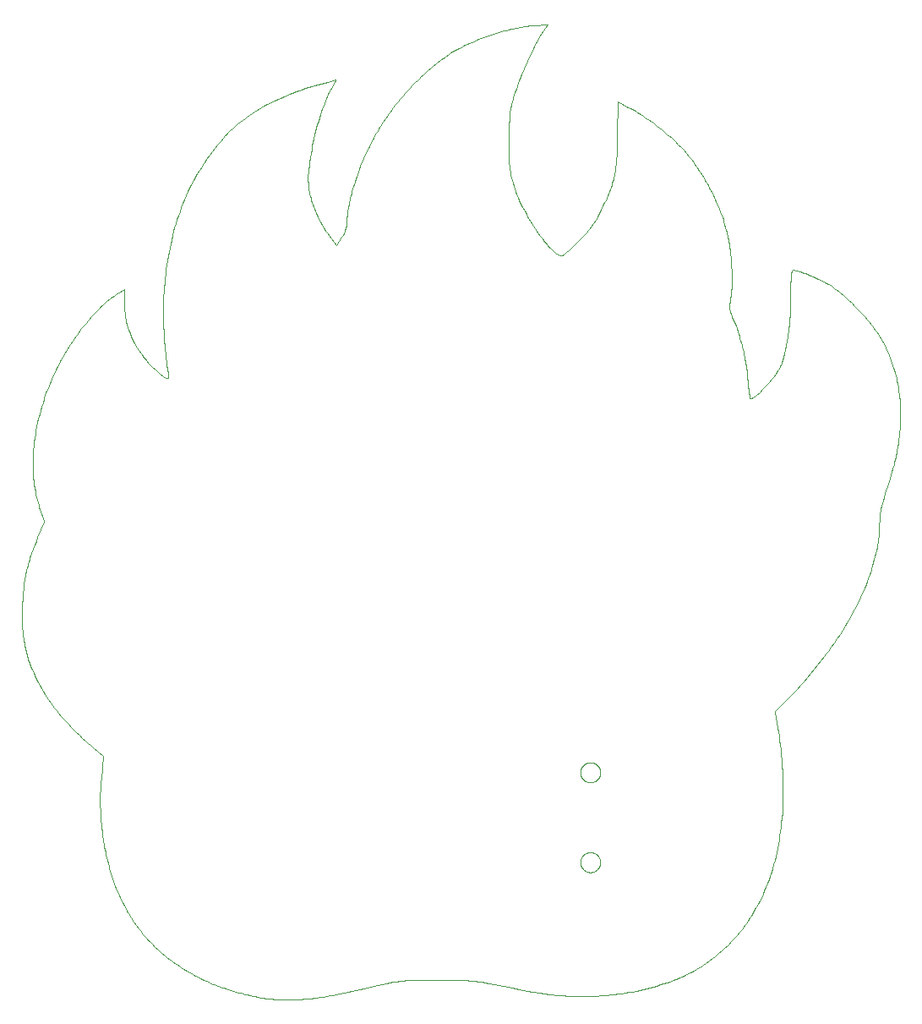
<source format=gbr>
G04 EAGLE Gerber RS-274X export*
G75*
%MOMM*%
%FSLAX34Y34*%
%LPD*%
%IN*%
%IPPOS*%
%AMOC8*
5,1,8,0,0,1.08239X$1,22.5*%
G01*
%ADD10C,0.000000*%


D10*
X301765Y8393D02*
X298994Y8899D01*
X296229Y9435D01*
X294021Y9885D01*
X291267Y10477D01*
X288520Y11101D01*
X286328Y11622D01*
X281959Y12728D01*
X279782Y13310D01*
X277070Y14070D01*
X274906Y14700D01*
X272211Y15519D01*
X270062Y16197D01*
X267386Y17076D01*
X265253Y17803D01*
X263128Y18552D01*
X260482Y19519D01*
X258376Y20318D01*
X255754Y21347D01*
X254187Y21983D01*
X252107Y22848D01*
X250036Y23736D01*
X247975Y24647D01*
X245413Y25817D01*
X243375Y26779D01*
X241348Y27764D01*
X238831Y29028D01*
X236830Y30065D01*
X234842Y31125D01*
X232866Y32209D01*
X230414Y33596D01*
X228468Y34732D01*
X226536Y35891D01*
X224618Y37074D01*
X222241Y38585D01*
X220356Y39820D01*
X218487Y41079D01*
X216634Y42361D01*
X214798Y43667D01*
X212978Y44996D01*
X210727Y46690D01*
X208947Y48071D01*
X207185Y49476D01*
X205441Y50903D01*
X203717Y52354D01*
X202012Y53827D01*
X200327Y55324D01*
X198662Y56842D01*
X197018Y58384D01*
X195396Y59947D01*
X194193Y61134D01*
X192608Y62737D01*
X191046Y64360D01*
X189506Y66006D01*
X187989Y67672D01*
X186497Y69360D01*
X185027Y71069D01*
X183583Y72798D01*
X182163Y74548D01*
X180768Y76318D01*
X179398Y78107D01*
X178054Y79916D01*
X176736Y81744D01*
X175444Y83590D01*
X174179Y85455D01*
X172941Y87338D01*
X171732Y89239D01*
X170259Y91640D01*
X169111Y93579D01*
X167990Y95534D01*
X166897Y97504D01*
X165567Y99987D01*
X164532Y101989D01*
X163523Y104004D01*
X162540Y106031D01*
X161346Y108583D01*
X160419Y110637D01*
X159294Y113219D01*
X158207Y115818D01*
X157364Y117908D01*
X156545Y120007D01*
X155555Y122644D01*
X154599Y125293D01*
X153861Y127422D01*
X152970Y130094D01*
X152113Y132778D01*
X151453Y134932D01*
X150658Y137635D01*
X149898Y140347D01*
X149170Y143068D01*
X148477Y145798D01*
X147815Y148536D01*
X147188Y151282D01*
X146593Y154035D01*
X146030Y156795D01*
X145602Y159008D01*
X145097Y161779D01*
X144624Y164555D01*
X144182Y167337D01*
X143852Y169566D01*
X143541Y171798D01*
X143114Y175151D01*
X142792Y177950D01*
X142557Y180191D01*
X142342Y182434D01*
X142102Y185240D01*
X141892Y188049D01*
X141714Y190860D01*
X141567Y193673D01*
X141452Y196488D01*
X141367Y199303D01*
X141314Y202120D01*
X141295Y206626D01*
X141316Y208880D01*
X141370Y211696D01*
X141523Y216200D01*
X141660Y219014D01*
X141793Y221263D01*
X142031Y224635D01*
X142265Y227442D01*
X144362Y249878D01*
X144328Y250404D01*
X134375Y258699D01*
X131804Y260893D01*
X129252Y263111D01*
X126722Y265352D01*
X123384Y268380D01*
X120499Y271068D01*
X117650Y273794D01*
X114839Y276560D01*
X112070Y279368D01*
X109345Y282219D01*
X107047Y284698D01*
X104413Y287632D01*
X102198Y290185D01*
X99666Y293209D01*
X97544Y295840D01*
X95468Y298507D01*
X93440Y301212D01*
X91463Y303953D01*
X89539Y306732D01*
X87669Y309548D01*
X85855Y312400D01*
X84099Y315288D01*
X82402Y318211D01*
X80764Y321168D01*
X79188Y324158D01*
X77674Y327180D01*
X75971Y330737D01*
X74566Y333811D01*
X73218Y336911D01*
X71935Y340038D01*
X70723Y343193D01*
X69959Y345313D01*
X69410Y346911D01*
X68882Y348517D01*
X68377Y350130D01*
X67895Y351749D01*
X67436Y353376D01*
X67001Y355009D01*
X66591Y356649D01*
X66205Y358294D01*
X65843Y359945D01*
X65506Y361601D01*
X65193Y363262D01*
X64905Y364927D01*
X64641Y366596D01*
X64399Y368269D01*
X64113Y370504D01*
X63756Y373865D01*
X63608Y375549D01*
X63442Y377796D01*
X63339Y379483D01*
X63229Y381734D01*
X63105Y385675D01*
X63061Y389619D01*
X63095Y394125D01*
X63205Y398631D01*
X63403Y403697D01*
X63544Y406510D01*
X63711Y409322D01*
X63908Y412132D01*
X64090Y414378D01*
X64350Y417183D01*
X64588Y419424D01*
X64854Y421661D01*
X65151Y423895D01*
X65479Y426124D01*
X65840Y428349D01*
X66237Y430567D01*
X66668Y432778D01*
X67136Y434983D01*
X67510Y436631D01*
X68040Y438821D01*
X68604Y441003D01*
X69049Y442633D01*
X69671Y444799D01*
X70324Y446956D01*
X71005Y449104D01*
X71714Y451243D01*
X72447Y453374D01*
X73979Y457612D01*
X75586Y461823D01*
X77042Y465487D01*
X78537Y469137D01*
X85017Y484746D01*
X85159Y485268D01*
X80926Y497514D01*
X80391Y499118D01*
X79715Y501267D01*
X78926Y503971D01*
X78200Y506693D01*
X77534Y509430D01*
X76929Y512181D01*
X76280Y515498D01*
X75713Y518830D01*
X75227Y522175D01*
X74818Y525530D01*
X74487Y528894D01*
X74229Y532264D01*
X74044Y535639D01*
X73929Y539017D01*
X73883Y542397D01*
X73914Y546340D01*
X74011Y549719D01*
X74206Y553658D01*
X74439Y557030D01*
X74788Y560958D01*
X75217Y564878D01*
X75724Y568788D01*
X76308Y572688D01*
X76966Y576577D01*
X77697Y580452D01*
X78500Y584312D01*
X79372Y588158D01*
X79902Y590349D01*
X80453Y592533D01*
X81471Y596343D01*
X82555Y600135D01*
X83873Y604444D01*
X84740Y607125D01*
X85456Y609261D01*
X86193Y611391D01*
X87142Y614043D01*
X87924Y616156D01*
X88930Y618787D01*
X89967Y621406D01*
X90819Y623492D01*
X91689Y625571D01*
X92806Y628157D01*
X93720Y630216D01*
X94890Y632778D01*
X96825Y636849D01*
X98835Y640883D01*
X100129Y643385D01*
X101186Y645375D01*
X102261Y647355D01*
X103630Y649817D01*
X105882Y653720D01*
X107327Y656139D01*
X108504Y658060D01*
X109698Y659971D01*
X111217Y662343D01*
X113707Y666100D01*
X115300Y668423D01*
X116594Y670268D01*
X117907Y672099D01*
X119573Y674370D01*
X120926Y676172D01*
X122643Y678405D01*
X124388Y680617D01*
X125804Y682370D01*
X127237Y684108D01*
X129055Y686260D01*
X130529Y687964D01*
X132021Y689653D01*
X133911Y691742D01*
X135443Y693394D01*
X136992Y695030D01*
X138955Y697051D01*
X140944Y699045D01*
X142156Y700223D01*
X143798Y701766D01*
X145465Y703283D01*
X147155Y704773D01*
X148867Y706238D01*
X150602Y707676D01*
X151920Y708735D01*
X153701Y710115D01*
X155058Y711122D01*
X155977Y711774D01*
X156909Y712407D01*
X157859Y713013D01*
X158343Y713300D01*
X165218Y717165D01*
X165616Y717281D01*
X165661Y702071D01*
X165729Y699255D01*
X165887Y696443D01*
X166080Y694197D01*
X166200Y693077D01*
X166408Y691400D01*
X166742Y689171D01*
X166932Y688061D01*
X167248Y686401D01*
X167601Y684748D01*
X167990Y683103D01*
X168416Y681468D01*
X168720Y680383D01*
X169207Y678764D01*
X169550Y677691D01*
X169910Y676624D01*
X170478Y675032D01*
X171081Y673453D01*
X171502Y672408D01*
X171937Y671369D01*
X172616Y669821D01*
X173326Y668288D01*
X174067Y666769D01*
X174838Y665264D01*
X175636Y663775D01*
X176461Y662300D01*
X177602Y660356D01*
X178486Y658916D01*
X179700Y657018D01*
X180637Y655611D01*
X181918Y653758D01*
X182902Y652383D01*
X184242Y650572D01*
X185274Y649233D01*
X186331Y647915D01*
X187413Y646616D01*
X188515Y645335D01*
X189638Y644072D01*
X191163Y642413D01*
X192720Y640784D01*
X194307Y639184D01*
X195924Y637615D01*
X197573Y636080D01*
X199256Y634581D01*
X200543Y633486D01*
X201855Y632420D01*
X203196Y631391D01*
X204573Y630412D01*
X205518Y629799D01*
X206493Y629234D01*
X206995Y628979D01*
X207510Y628750D01*
X208041Y628562D01*
X208591Y628444D01*
X209150Y628470D01*
X209578Y628802D01*
X209686Y629354D01*
X209713Y629916D01*
X209710Y630480D01*
X209688Y631043D01*
X209610Y632166D01*
X209434Y633847D01*
X209291Y634965D01*
X209042Y636636D01*
X208760Y638303D01*
X208162Y641630D01*
X207643Y644969D01*
X207119Y648878D01*
X206607Y653356D01*
X206220Y657280D01*
X205882Y661209D01*
X205549Y665703D01*
X205299Y669639D01*
X205006Y675265D01*
X204802Y680331D01*
X204642Y685962D01*
X204556Y691032D01*
X204530Y696665D01*
X204573Y701735D01*
X204686Y706804D01*
X204829Y710745D01*
X205059Y715246D01*
X205330Y719180D01*
X205748Y724233D01*
X206182Y728719D01*
X206676Y733199D01*
X207231Y737671D01*
X207849Y742135D01*
X208532Y746590D01*
X209281Y751034D01*
X209991Y754913D01*
X210867Y759334D01*
X211691Y763190D01*
X212570Y767035D01*
X213642Y771412D01*
X214788Y775771D01*
X215851Y779568D01*
X216973Y783349D01*
X218326Y787648D01*
X219573Y791389D01*
X221072Y795639D01*
X222650Y799861D01*
X224095Y803530D01*
X225600Y807174D01*
X227396Y811308D01*
X229271Y815406D01*
X230977Y818962D01*
X232744Y822487D01*
X234837Y826478D01*
X236734Y829936D01*
X238690Y833360D01*
X240997Y837231D01*
X243079Y840580D01*
X244294Y842478D01*
X245529Y844363D01*
X248052Y848097D01*
X250649Y851781D01*
X253317Y855413D01*
X256054Y858993D01*
X258860Y862521D01*
X261731Y865994D01*
X264668Y869413D01*
X266555Y871503D01*
X267712Y872736D01*
X268885Y873952D01*
X270075Y875152D01*
X271282Y876336D01*
X273741Y878655D01*
X276258Y880910D01*
X278830Y883103D01*
X281453Y885235D01*
X284124Y887306D01*
X286384Y888987D01*
X288674Y890628D01*
X290991Y892229D01*
X293335Y893792D01*
X295704Y895316D01*
X298096Y896803D01*
X300511Y898253D01*
X302947Y899668D01*
X305403Y901047D01*
X308375Y902656D01*
X310872Y903960D01*
X313891Y905481D01*
X316424Y906712D01*
X319484Y908148D01*
X322049Y909311D01*
X325146Y910666D01*
X327741Y911762D01*
X330870Y913039D01*
X334017Y914274D01*
X337178Y915469D01*
X340355Y916625D01*
X343545Y917742D01*
X346749Y918820D01*
X349964Y919861D01*
X353192Y920866D01*
X356430Y921835D01*
X359679Y922768D01*
X362937Y923667D01*
X366205Y924532D01*
X369481Y925364D01*
X377149Y927209D01*
X377070Y926859D01*
X371978Y917444D01*
X370694Y914937D01*
X369719Y912905D01*
X368785Y910854D01*
X367887Y908788D01*
X367022Y906707D01*
X365982Y904089D01*
X364985Y901455D01*
X364027Y898806D01*
X362925Y895611D01*
X361871Y892399D01*
X360862Y889173D01*
X359896Y885934D01*
X358971Y882683D01*
X358085Y879421D01*
X357238Y876148D01*
X356299Y872318D01*
X355410Y868476D01*
X354572Y864623D01*
X353895Y861311D01*
X353155Y857438D01*
X352563Y854110D01*
X351823Y849664D01*
X351036Y844656D01*
X350554Y841310D01*
X350129Y837957D01*
X349838Y835155D01*
X349700Y833471D01*
X349627Y832347D01*
X349534Y830095D01*
X349518Y827842D01*
X349562Y826152D01*
X349694Y823903D01*
X349899Y821659D01*
X350165Y819421D01*
X350475Y817190D01*
X350846Y814967D01*
X351170Y813308D01*
X351658Y811108D01*
X352207Y808923D01*
X352811Y806752D01*
X353467Y804596D01*
X354172Y802456D01*
X354924Y800332D01*
X355721Y798224D01*
X356562Y796133D01*
X357444Y794060D01*
X358367Y792004D01*
X359329Y789967D01*
X360588Y787447D01*
X361639Y785454D01*
X362729Y783481D01*
X363857Y781530D01*
X365024Y779603D01*
X366231Y777700D01*
X367162Y776290D01*
X368440Y774433D01*
X369425Y773060D01*
X370434Y771704D01*
X378002Y761889D01*
X378329Y761784D01*
X383388Y769916D01*
X383961Y770886D01*
X384503Y771874D01*
X385263Y773383D01*
X385737Y774405D01*
X386183Y775440D01*
X386800Y777013D01*
X387347Y778612D01*
X387666Y779692D01*
X387941Y780785D01*
X388159Y781890D01*
X388239Y782448D01*
X388294Y783008D01*
X388317Y783571D01*
X388341Y785261D01*
X388433Y787513D01*
X388542Y789199D01*
X388683Y790883D01*
X388853Y792565D01*
X389122Y794802D01*
X389352Y796476D01*
X389696Y798703D01*
X389978Y800370D01*
X390387Y802586D01*
X390828Y804795D01*
X391302Y806999D01*
X391804Y809195D01*
X392335Y811385D01*
X392892Y813569D01*
X393474Y815746D01*
X394081Y817916D01*
X394871Y820619D01*
X395529Y822775D01*
X396380Y825460D01*
X397264Y828135D01*
X397993Y830267D01*
X398931Y832923D01*
X399899Y835568D01*
X400896Y838202D01*
X401920Y840826D01*
X402972Y843439D01*
X404052Y846041D01*
X405158Y848631D01*
X406291Y851210D01*
X407451Y853777D01*
X408638Y856332D01*
X409851Y858874D01*
X410841Y860898D01*
X412872Y864921D01*
X414177Y867417D01*
X415242Y869403D01*
X416324Y871380D01*
X417703Y873836D01*
X419111Y876276D01*
X420259Y878215D01*
X421427Y880142D01*
X422614Y882057D01*
X423823Y883959D01*
X425053Y885847D01*
X426304Y887721D01*
X427575Y889582D01*
X428865Y891430D01*
X430174Y893264D01*
X431834Y895539D01*
X433182Y897345D01*
X434890Y899585D01*
X436622Y901806D01*
X438026Y903569D01*
X439801Y905756D01*
X441599Y907924D01*
X443420Y910074D01*
X444892Y911779D01*
X446752Y913895D01*
X448255Y915574D01*
X450153Y917656D01*
X451685Y919307D01*
X453621Y921354D01*
X455183Y922978D01*
X457156Y924989D01*
X459148Y926979D01*
X460758Y928557D01*
X462788Y930509D01*
X464427Y932055D01*
X466080Y933587D01*
X468166Y935480D01*
X470274Y937348D01*
X471976Y938825D01*
X473693Y940284D01*
X475426Y941725D01*
X477173Y943148D01*
X479380Y944898D01*
X481164Y946275D01*
X482966Y947629D01*
X484785Y948959D01*
X486161Y949940D01*
X488013Y951224D01*
X489415Y952167D01*
X491302Y953399D01*
X492732Y954300D01*
X494174Y955181D01*
X495629Y956040D01*
X497095Y956881D01*
X499064Y957977D01*
X501048Y959046D01*
X503046Y960088D01*
X505058Y961103D01*
X507082Y962094D01*
X509117Y963061D01*
X511164Y964004D01*
X513221Y964924D01*
X515806Y966042D01*
X518406Y967125D01*
X520497Y967967D01*
X522596Y968787D01*
X525230Y969783D01*
X527877Y970746D01*
X530536Y971676D01*
X532671Y972397D01*
X535350Y973267D01*
X538039Y974105D01*
X540739Y974909D01*
X543448Y975680D01*
X545623Y976271D01*
X547803Y976840D01*
X550537Y977519D01*
X552730Y978035D01*
X554929Y978528D01*
X557134Y978995D01*
X559343Y979437D01*
X561558Y979852D01*
X563778Y980239D01*
X566003Y980597D01*
X568232Y980925D01*
X571585Y981357D01*
X574946Y981711D01*
X589541Y982950D01*
X589391Y982568D01*
X583320Y973076D01*
X582122Y971168D01*
X580672Y968753D01*
X579269Y966310D01*
X577374Y962852D01*
X576323Y960859D01*
X575293Y958855D01*
X573290Y954817D01*
X571357Y950746D01*
X569258Y946131D01*
X568123Y943553D01*
X567009Y940965D01*
X564842Y935766D01*
X563788Y933154D01*
X562546Y930010D01*
X561330Y926856D01*
X560337Y924220D01*
X558210Y918400D01*
X556897Y914681D01*
X555981Y912017D01*
X555273Y909878D01*
X554599Y907728D01*
X553971Y905564D01*
X553403Y903383D01*
X552906Y901185D01*
X552584Y899526D01*
X552304Y897860D01*
X551993Y895628D01*
X551740Y893389D01*
X551491Y890583D01*
X551261Y887211D01*
X551054Y883273D01*
X550822Y877644D01*
X550574Y870325D01*
X550469Y865819D01*
X550423Y861876D01*
X550430Y857932D01*
X550486Y854553D01*
X550621Y850612D01*
X550807Y847237D01*
X551069Y843867D01*
X551352Y841064D01*
X551552Y839386D01*
X551777Y837711D01*
X552210Y834928D01*
X552718Y832157D01*
X553305Y829402D01*
X553971Y826666D01*
X554715Y823949D01*
X555534Y821254D01*
X556425Y818582D01*
X557381Y815933D01*
X558607Y812782D01*
X559906Y809662D01*
X561268Y806568D01*
X561969Y805031D01*
X562929Y802992D01*
X563667Y801472D01*
X564674Y799456D01*
X566497Y795959D01*
X568391Y792501D01*
X569504Y790541D01*
X570637Y788593D01*
X572670Y785214D01*
X573859Y783300D01*
X575068Y781398D01*
X577232Y778102D01*
X578497Y776237D01*
X579782Y774385D01*
X582083Y771183D01*
X583429Y769376D01*
X584454Y768032D01*
X586548Y765379D01*
X587618Y764071D01*
X588707Y762778D01*
X589813Y761501D01*
X590941Y760242D01*
X592091Y759004D01*
X592872Y758192D01*
X594068Y756998D01*
X594884Y756220D01*
X596139Y755088D01*
X597439Y754009D01*
X598337Y753328D01*
X598797Y753003D01*
X599744Y752393D01*
X600232Y752111D01*
X600731Y751851D01*
X601244Y751617D01*
X601770Y751417D01*
X602311Y751259D01*
X602865Y751160D01*
X603426Y751155D01*
X603949Y751360D01*
X604441Y751635D01*
X605380Y752257D01*
X606733Y753270D01*
X608483Y754690D01*
X610617Y756528D01*
X612711Y758411D01*
X615183Y760717D01*
X617617Y763062D01*
X620412Y765844D01*
X623556Y769073D01*
X626255Y771948D01*
X628514Y774463D01*
X630342Y776606D01*
X632108Y778799D01*
X633134Y780142D01*
X633803Y781049D01*
X634782Y782427D01*
X635418Y783357D01*
X636040Y784296D01*
X636950Y785720D01*
X638405Y788132D01*
X639793Y790584D01*
X641383Y793566D01*
X643163Y797085D01*
X645135Y801137D01*
X646814Y804705D01*
X647748Y806756D01*
X648661Y808816D01*
X649768Y811406D01*
X650621Y813492D01*
X651442Y815591D01*
X652228Y817702D01*
X652975Y819828D01*
X653680Y821969D01*
X654341Y824123D01*
X654806Y825748D01*
X655385Y827926D01*
X655787Y829567D01*
X656280Y831766D01*
X656727Y833975D01*
X657128Y836192D01*
X657484Y838417D01*
X657800Y840648D01*
X658076Y842885D01*
X658261Y844565D01*
X658478Y846807D01*
X658665Y849053D01*
X658825Y851301D01*
X659077Y855801D01*
X659269Y860867D01*
X659390Y865936D01*
X659464Y872132D01*
X659606Y905370D01*
X659980Y905324D01*
X670529Y899968D01*
X673008Y898630D01*
X675942Y896952D01*
X677394Y896087D01*
X679316Y894912D01*
X681224Y893712D01*
X683117Y892490D01*
X685465Y890935D01*
X687330Y889669D01*
X691023Y887086D01*
X692852Y885770D01*
X695122Y884102D01*
X697375Y882411D01*
X699164Y881042D01*
X701385Y879309D01*
X703588Y877554D01*
X705772Y875775D01*
X707505Y874335D01*
X709225Y872879D01*
X711356Y871037D01*
X713044Y869544D01*
X714717Y868034D01*
X716372Y866505D01*
X718008Y864956D01*
X719624Y863385D01*
X721217Y861791D01*
X722394Y860579D01*
X723938Y858937D01*
X725079Y857690D01*
X726578Y856007D01*
X728052Y854303D01*
X729141Y853011D01*
X730218Y851708D01*
X731633Y849954D01*
X734053Y846841D01*
X735406Y845039D01*
X736736Y843220D01*
X738044Y841385D01*
X739331Y839535D01*
X741532Y836263D01*
X742760Y834374D01*
X743968Y832472D01*
X746032Y829112D01*
X747184Y827175D01*
X748314Y825225D01*
X749424Y823265D01*
X750515Y821292D01*
X751584Y819309D01*
X752633Y817315D01*
X754419Y813799D01*
X755411Y811775D01*
X756383Y809742D01*
X757333Y807699D01*
X758263Y805646D01*
X759395Y803067D01*
X760492Y800473D01*
X761556Y797865D01*
X762585Y795242D01*
X763577Y792606D01*
X764534Y789957D01*
X765453Y787295D01*
X766161Y785155D01*
X767011Y782470D01*
X767820Y779772D01*
X768588Y777062D01*
X769171Y774885D01*
X769577Y773245D01*
X770067Y771045D01*
X770402Y769388D01*
X770812Y767172D01*
X771186Y764950D01*
X771446Y763280D01*
X771992Y759375D01*
X772270Y757139D01*
X772526Y754900D01*
X772760Y752659D01*
X773026Y749855D01*
X773390Y745363D01*
X773579Y742552D01*
X773741Y739740D01*
X773875Y736926D01*
X773961Y734675D01*
X774073Y730169D01*
X774100Y726226D01*
X774054Y722283D01*
X773942Y718904D01*
X773787Y716092D01*
X773561Y713285D01*
X773382Y711604D01*
X773241Y710486D01*
X772988Y708815D01*
X772298Y704932D01*
X772053Y703260D01*
X771926Y702141D01*
X771841Y701018D01*
X771813Y699891D01*
X771854Y698766D01*
X771973Y697646D01*
X772170Y696536D01*
X772437Y695442D01*
X772760Y694362D01*
X773125Y693297D01*
X773522Y692242D01*
X773940Y691196D01*
X774596Y689639D01*
X776167Y686021D01*
X776813Y684460D01*
X777439Y682890D01*
X778241Y680784D01*
X779011Y678666D01*
X780287Y674935D01*
X780979Y672790D01*
X781645Y670638D01*
X782286Y668477D01*
X782902Y666310D01*
X783496Y664136D01*
X784067Y661956D01*
X784616Y659771D01*
X785270Y657031D01*
X785769Y654833D01*
X786244Y652631D01*
X786807Y649871D01*
X787231Y647658D01*
X787631Y645440D01*
X788006Y643218D01*
X788356Y640992D01*
X788678Y638762D01*
X789108Y635409D01*
X789465Y632048D01*
X789660Y629803D01*
X790068Y624184D01*
X790428Y620257D01*
X790802Y616898D01*
X791017Y615222D01*
X791258Y613549D01*
X791636Y611327D01*
X791867Y610225D01*
X792002Y609678D01*
X792160Y609137D01*
X792368Y608614D01*
X792766Y608237D01*
X793322Y608201D01*
X793867Y608342D01*
X794386Y608560D01*
X794886Y608818D01*
X795372Y609104D01*
X796311Y609727D01*
X797218Y610395D01*
X798538Y611450D01*
X799821Y612550D01*
X801076Y613682D01*
X802714Y615230D01*
X804318Y616812D01*
X805893Y618424D01*
X807441Y620061D01*
X808964Y621722D01*
X810463Y623405D01*
X812300Y625540D01*
X813382Y626838D01*
X814800Y628590D01*
X816186Y630366D01*
X817203Y631716D01*
X818195Y633084D01*
X819160Y634472D01*
X820090Y635883D01*
X820688Y636838D01*
X821262Y637807D01*
X821807Y638793D01*
X822315Y639799D01*
X822787Y640822D01*
X823231Y641858D01*
X823852Y643429D01*
X824239Y644487D01*
X824787Y646086D01*
X825298Y647697D01*
X825778Y649317D01*
X826230Y650946D01*
X826657Y652581D01*
X827062Y654222D01*
X827568Y656418D01*
X827926Y658070D01*
X828376Y660278D01*
X828798Y662491D01*
X829193Y664710D01*
X829563Y666933D01*
X829910Y669159D01*
X830466Y673063D01*
X830755Y675298D01*
X831090Y678095D01*
X831620Y683137D01*
X832060Y688188D01*
X832268Y690997D01*
X832450Y693808D01*
X832712Y698871D01*
X832877Y703375D01*
X832966Y707318D01*
X832999Y710134D01*
X833044Y718584D01*
X833107Y723091D01*
X833216Y727033D01*
X833290Y728721D01*
X833392Y730408D01*
X833536Y732092D01*
X833672Y733210D01*
X833860Y734321D01*
X833987Y734870D01*
X834147Y735410D01*
X834359Y735931D01*
X834657Y736408D01*
X835086Y736767D01*
X835628Y736903D01*
X836191Y736879D01*
X836750Y736810D01*
X837857Y736600D01*
X838951Y736334D01*
X840037Y736033D01*
X841116Y735707D01*
X842723Y735185D01*
X844320Y734632D01*
X845908Y734054D01*
X848014Y733253D01*
X849586Y732633D01*
X853232Y731129D01*
X855301Y730237D01*
X857361Y729324D01*
X860943Y727674D01*
X864492Y725954D01*
X867501Y724416D01*
X868993Y723621D01*
X870473Y722805D01*
X872908Y721389D01*
X873865Y720794D01*
X874809Y720180D01*
X875743Y719549D01*
X877125Y718576D01*
X879386Y716897D01*
X880720Y715860D01*
X882040Y714805D01*
X883779Y713371D01*
X885070Y712280D01*
X886773Y710804D01*
X888456Y709306D01*
X891361Y706639D01*
X894217Y703920D01*
X897422Y700752D01*
X900567Y697524D01*
X902116Y695887D01*
X904032Y693822D01*
X905546Y692153D01*
X907043Y690469D01*
X909620Y687484D01*
X912136Y684448D01*
X913194Y683129D01*
X914582Y681355D01*
X916611Y678651D01*
X917598Y677279D01*
X918563Y675892D01*
X919503Y674487D01*
X920419Y673067D01*
X922199Y670194D01*
X923347Y668255D01*
X924737Y665805D01*
X925813Y663825D01*
X927113Y661326D01*
X928117Y659309D01*
X929326Y656765D01*
X930484Y654197D01*
X931592Y651607D01*
X932648Y648996D01*
X933652Y646364D01*
X934605Y643714D01*
X935330Y641580D01*
X936190Y638898D01*
X936841Y636740D01*
X937608Y634030D01*
X938323Y631306D01*
X938987Y628569D01*
X939599Y625819D01*
X940161Y623059D01*
X940671Y620289D01*
X941043Y618066D01*
X941462Y615281D01*
X941830Y612488D01*
X942149Y609690D01*
X942418Y606886D01*
X942637Y604077D01*
X942806Y601266D01*
X942928Y598452D01*
X942990Y596199D01*
X943023Y593383D01*
X943009Y590566D01*
X942948Y587750D01*
X942865Y585498D01*
X942783Y583810D01*
X942473Y578749D01*
X942166Y574818D01*
X941792Y570892D01*
X941342Y566974D01*
X940810Y563067D01*
X940287Y559728D01*
X939597Y555845D01*
X939164Y553633D01*
X938706Y551427D01*
X938223Y549226D01*
X937715Y547031D01*
X937050Y544294D01*
X936494Y542110D01*
X935328Y537757D01*
X934565Y535045D01*
X933781Y532340D01*
X932322Y527484D01*
X930812Y522644D01*
X927889Y513524D01*
X926573Y509213D01*
X925638Y505965D01*
X924901Y503247D01*
X924213Y500515D01*
X923586Y497769D01*
X923139Y495560D01*
X922750Y493341D01*
X922430Y491111D01*
X922243Y489431D01*
X922108Y487747D01*
X922050Y486621D01*
X922019Y485495D01*
X921994Y482678D01*
X921936Y480426D01*
X921837Y478174D01*
X921660Y475363D01*
X921476Y473117D01*
X921194Y470315D01*
X920859Y467518D01*
X920469Y464729D01*
X920029Y461946D01*
X919539Y459173D01*
X918887Y455856D01*
X918293Y453102D01*
X917655Y450359D01*
X916831Y447081D01*
X915949Y443818D01*
X915169Y441111D01*
X914350Y438416D01*
X913668Y436269D01*
X912963Y434128D01*
X912235Y431996D01*
X910712Y427754D01*
X909717Y425119D01*
X908689Y422496D01*
X906981Y418326D01*
X905196Y414188D01*
X904042Y411618D01*
X903099Y409572D01*
X901897Y407024D01*
X900668Y404489D01*
X898389Y399960D01*
X897090Y397461D01*
X895765Y394975D01*
X893323Y390532D01*
X890807Y386130D01*
X889379Y383702D01*
X887637Y380805D01*
X884969Y376494D01*
X882237Y372223D01*
X879443Y367992D01*
X876589Y363801D01*
X873350Y359192D01*
X870377Y355085D01*
X868365Y352369D01*
X866670Y350119D01*
X863234Y345655D01*
X859736Y341239D01*
X856536Y337306D01*
X852926Y332981D01*
X849260Y328704D01*
X845914Y324895D01*
X842903Y321541D01*
X839093Y317391D01*
X836784Y314924D01*
X834065Y312066D01*
X817627Y295048D01*
X817443Y294579D01*
X820235Y278483D01*
X820849Y274587D01*
X821487Y270126D01*
X821999Y266216D01*
X822597Y261181D01*
X823078Y256700D01*
X823568Y251653D01*
X824049Y246040D01*
X824465Y240422D01*
X824785Y235362D01*
X825078Y229737D01*
X825281Y224670D01*
X825421Y219602D01*
X825490Y214532D01*
X825482Y210025D01*
X825449Y207772D01*
X825394Y205519D01*
X825262Y202142D01*
X825068Y198767D01*
X824707Y193710D01*
X824272Y188659D01*
X823758Y183614D01*
X823234Y179139D01*
X822721Y175228D01*
X822072Y170769D01*
X821351Y166320D01*
X820661Y162438D01*
X819802Y158013D01*
X818867Y153604D01*
X817982Y149762D01*
X817035Y145934D01*
X816024Y142122D01*
X814788Y137788D01*
X813803Y134555D01*
X813118Y132408D01*
X812411Y130268D01*
X811118Y126543D01*
X809752Y122843D01*
X808314Y119172D01*
X806800Y115530D01*
X805212Y111921D01*
X803548Y108346D01*
X802059Y105311D01*
X800251Y101807D01*
X799183Y99822D01*
X798364Y98344D01*
X797532Y96873D01*
X796400Y94925D01*
X795534Y93473D01*
X794357Y91552D01*
X793457Y90121D01*
X792235Y88227D01*
X790355Y85419D01*
X788418Y82649D01*
X787095Y80825D01*
X786086Y79469D01*
X784028Y76788D01*
X782624Y75025D01*
X781556Y73715D01*
X779380Y71129D01*
X777898Y69431D01*
X776773Y68170D01*
X775251Y66508D01*
X774095Y65275D01*
X772535Y63650D01*
X771350Y62444D01*
X768943Y60071D01*
X767312Y58516D01*
X766075Y57364D01*
X764827Y56225D01*
X763145Y54726D01*
X761870Y53616D01*
X760154Y52156D01*
X757105Y49654D01*
X754448Y47565D01*
X751299Y45192D01*
X748098Y42889D01*
X745316Y40970D01*
X743433Y39732D01*
X741046Y38235D01*
X738627Y36793D01*
X736177Y35403D01*
X733200Y33801D01*
X730188Y32267D01*
X727653Y31040D01*
X724584Y29625D01*
X722005Y28491D01*
X718366Y26973D01*
X715222Y25732D01*
X712057Y24546D01*
X708873Y23412D01*
X705671Y22328D01*
X702453Y21294D01*
X699220Y20309D01*
X695429Y19219D01*
X692167Y18334D01*
X688893Y17495D01*
X685608Y16700D01*
X682312Y15949D01*
X678455Y15128D01*
X674586Y14364D01*
X671262Y13755D01*
X667373Y13099D01*
X663476Y12499D01*
X660128Y12030D01*
X656775Y11604D01*
X652857Y11158D01*
X648932Y10770D01*
X645003Y10439D01*
X642193Y10239D01*
X639382Y10068D01*
X636568Y9927D01*
X633754Y9816D01*
X630938Y9737D01*
X628122Y9688D01*
X625305Y9670D01*
X622489Y9684D01*
X619672Y9731D01*
X616856Y9810D01*
X614042Y9922D01*
X609540Y10134D01*
X606164Y10311D01*
X602228Y10551D01*
X599419Y10754D01*
X597173Y10939D01*
X594369Y11206D01*
X592128Y11447D01*
X589891Y11715D01*
X587656Y12006D01*
X584867Y12402D01*
X582640Y12741D01*
X579859Y13188D01*
X577081Y13658D01*
X574307Y14144D01*
X569319Y15053D01*
X561017Y16631D01*
X554382Y17926D01*
X536700Y21438D01*
X530615Y22607D01*
X526732Y23301D01*
X523397Y23847D01*
X520052Y24334D01*
X516698Y24751D01*
X515017Y24932D01*
X512774Y25143D01*
X511090Y25279D01*
X508842Y25435D01*
X506592Y25563D01*
X504341Y25667D01*
X499836Y25816D01*
X493641Y25929D01*
X486880Y25978D01*
X477866Y25986D01*
X465473Y25954D01*
X460403Y25901D01*
X455897Y25802D01*
X453645Y25726D01*
X451394Y25626D01*
X448020Y25422D01*
X444651Y25143D01*
X441291Y24782D01*
X437939Y24342D01*
X434599Y23827D01*
X431268Y23251D01*
X427946Y22625D01*
X424080Y21849D01*
X419671Y20917D01*
X415269Y19950D01*
X409223Y18591D01*
X385616Y13155D01*
X381763Y12318D01*
X377347Y11416D01*
X374581Y10883D01*
X371255Y10278D01*
X368480Y9800D01*
X364586Y9177D01*
X361242Y8683D01*
X358451Y8303D01*
X355656Y7952D01*
X352298Y7569D01*
X348374Y7178D01*
X345567Y6937D01*
X342758Y6730D01*
X338821Y6497D01*
X336007Y6374D01*
X332065Y6264D01*
X328122Y6231D01*
X325306Y6258D01*
X322489Y6327D01*
X319113Y6470D01*
X316301Y6642D01*
X312932Y6914D01*
X310130Y7198D01*
X307333Y7537D01*
X304545Y7935D01*
X301765Y8393D01*
X622460Y143722D02*
X622463Y143967D01*
X622472Y144213D01*
X622487Y144458D01*
X622508Y144702D01*
X622535Y144946D01*
X622568Y145189D01*
X622607Y145432D01*
X622652Y145673D01*
X622703Y145913D01*
X622760Y146152D01*
X622822Y146389D01*
X622891Y146625D01*
X622965Y146859D01*
X623045Y147091D01*
X623130Y147321D01*
X623221Y147549D01*
X623318Y147774D01*
X623420Y147998D01*
X623528Y148218D01*
X623641Y148436D01*
X623759Y148651D01*
X623883Y148863D01*
X624011Y149072D01*
X624145Y149278D01*
X624284Y149480D01*
X624428Y149679D01*
X624577Y149874D01*
X624730Y150066D01*
X624888Y150254D01*
X625050Y150438D01*
X625218Y150617D01*
X625389Y150793D01*
X625565Y150964D01*
X625744Y151132D01*
X625928Y151294D01*
X626116Y151452D01*
X626308Y151605D01*
X626503Y151754D01*
X626702Y151898D01*
X626904Y152037D01*
X627110Y152171D01*
X627319Y152299D01*
X627531Y152423D01*
X627746Y152541D01*
X627964Y152654D01*
X628184Y152762D01*
X628408Y152864D01*
X628633Y152961D01*
X628861Y153052D01*
X629091Y153137D01*
X629323Y153217D01*
X629557Y153291D01*
X629793Y153360D01*
X630030Y153422D01*
X630269Y153479D01*
X630509Y153530D01*
X630750Y153575D01*
X630993Y153614D01*
X631236Y153647D01*
X631480Y153674D01*
X631724Y153695D01*
X631969Y153710D01*
X632215Y153719D01*
X632460Y153722D01*
X632705Y153719D01*
X632951Y153710D01*
X633196Y153695D01*
X633440Y153674D01*
X633684Y153647D01*
X633927Y153614D01*
X634170Y153575D01*
X634411Y153530D01*
X634651Y153479D01*
X634890Y153422D01*
X635127Y153360D01*
X635363Y153291D01*
X635597Y153217D01*
X635829Y153137D01*
X636059Y153052D01*
X636287Y152961D01*
X636512Y152864D01*
X636736Y152762D01*
X636956Y152654D01*
X637174Y152541D01*
X637389Y152423D01*
X637601Y152299D01*
X637810Y152171D01*
X638016Y152037D01*
X638218Y151898D01*
X638417Y151754D01*
X638612Y151605D01*
X638804Y151452D01*
X638992Y151294D01*
X639176Y151132D01*
X639355Y150964D01*
X639531Y150793D01*
X639702Y150617D01*
X639870Y150438D01*
X640032Y150254D01*
X640190Y150066D01*
X640343Y149874D01*
X640492Y149679D01*
X640636Y149480D01*
X640775Y149278D01*
X640909Y149072D01*
X641037Y148863D01*
X641161Y148651D01*
X641279Y148436D01*
X641392Y148218D01*
X641500Y147998D01*
X641602Y147774D01*
X641699Y147549D01*
X641790Y147321D01*
X641875Y147091D01*
X641955Y146859D01*
X642029Y146625D01*
X642098Y146389D01*
X642160Y146152D01*
X642217Y145913D01*
X642268Y145673D01*
X642313Y145432D01*
X642352Y145189D01*
X642385Y144946D01*
X642412Y144702D01*
X642433Y144458D01*
X642448Y144213D01*
X642457Y143967D01*
X642460Y143722D01*
X642457Y143477D01*
X642448Y143231D01*
X642433Y142986D01*
X642412Y142742D01*
X642385Y142498D01*
X642352Y142255D01*
X642313Y142012D01*
X642268Y141771D01*
X642217Y141531D01*
X642160Y141292D01*
X642098Y141055D01*
X642029Y140819D01*
X641955Y140585D01*
X641875Y140353D01*
X641790Y140123D01*
X641699Y139895D01*
X641602Y139670D01*
X641500Y139446D01*
X641392Y139226D01*
X641279Y139008D01*
X641161Y138793D01*
X641037Y138581D01*
X640909Y138372D01*
X640775Y138166D01*
X640636Y137964D01*
X640492Y137765D01*
X640343Y137570D01*
X640190Y137378D01*
X640032Y137190D01*
X639870Y137006D01*
X639702Y136827D01*
X639531Y136651D01*
X639355Y136480D01*
X639176Y136312D01*
X638992Y136150D01*
X638804Y135992D01*
X638612Y135839D01*
X638417Y135690D01*
X638218Y135546D01*
X638016Y135407D01*
X637810Y135273D01*
X637601Y135145D01*
X637389Y135021D01*
X637174Y134903D01*
X636956Y134790D01*
X636736Y134682D01*
X636512Y134580D01*
X636287Y134483D01*
X636059Y134392D01*
X635829Y134307D01*
X635597Y134227D01*
X635363Y134153D01*
X635127Y134084D01*
X634890Y134022D01*
X634651Y133965D01*
X634411Y133914D01*
X634170Y133869D01*
X633927Y133830D01*
X633684Y133797D01*
X633440Y133770D01*
X633196Y133749D01*
X632951Y133734D01*
X632705Y133725D01*
X632460Y133722D01*
X632215Y133725D01*
X631969Y133734D01*
X631724Y133749D01*
X631480Y133770D01*
X631236Y133797D01*
X630993Y133830D01*
X630750Y133869D01*
X630509Y133914D01*
X630269Y133965D01*
X630030Y134022D01*
X629793Y134084D01*
X629557Y134153D01*
X629323Y134227D01*
X629091Y134307D01*
X628861Y134392D01*
X628633Y134483D01*
X628408Y134580D01*
X628184Y134682D01*
X627964Y134790D01*
X627746Y134903D01*
X627531Y135021D01*
X627319Y135145D01*
X627110Y135273D01*
X626904Y135407D01*
X626702Y135546D01*
X626503Y135690D01*
X626308Y135839D01*
X626116Y135992D01*
X625928Y136150D01*
X625744Y136312D01*
X625565Y136480D01*
X625389Y136651D01*
X625218Y136827D01*
X625050Y137006D01*
X624888Y137190D01*
X624730Y137378D01*
X624577Y137570D01*
X624428Y137765D01*
X624284Y137964D01*
X624145Y138166D01*
X624011Y138372D01*
X623883Y138581D01*
X623759Y138793D01*
X623641Y139008D01*
X623528Y139226D01*
X623420Y139446D01*
X623318Y139670D01*
X623221Y139895D01*
X623130Y140123D01*
X623045Y140353D01*
X622965Y140585D01*
X622891Y140819D01*
X622822Y141055D01*
X622760Y141292D01*
X622703Y141531D01*
X622652Y141771D01*
X622607Y142012D01*
X622568Y142255D01*
X622535Y142498D01*
X622508Y142742D01*
X622487Y142986D01*
X622472Y143231D01*
X622463Y143477D01*
X622460Y143722D01*
X622460Y233722D02*
X622463Y233967D01*
X622472Y234213D01*
X622487Y234458D01*
X622508Y234702D01*
X622535Y234946D01*
X622568Y235189D01*
X622607Y235432D01*
X622652Y235673D01*
X622703Y235913D01*
X622760Y236152D01*
X622822Y236389D01*
X622891Y236625D01*
X622965Y236859D01*
X623045Y237091D01*
X623130Y237321D01*
X623221Y237549D01*
X623318Y237774D01*
X623420Y237998D01*
X623528Y238218D01*
X623641Y238436D01*
X623759Y238651D01*
X623883Y238863D01*
X624011Y239072D01*
X624145Y239278D01*
X624284Y239480D01*
X624428Y239679D01*
X624577Y239874D01*
X624730Y240066D01*
X624888Y240254D01*
X625050Y240438D01*
X625218Y240617D01*
X625389Y240793D01*
X625565Y240964D01*
X625744Y241132D01*
X625928Y241294D01*
X626116Y241452D01*
X626308Y241605D01*
X626503Y241754D01*
X626702Y241898D01*
X626904Y242037D01*
X627110Y242171D01*
X627319Y242299D01*
X627531Y242423D01*
X627746Y242541D01*
X627964Y242654D01*
X628184Y242762D01*
X628408Y242864D01*
X628633Y242961D01*
X628861Y243052D01*
X629091Y243137D01*
X629323Y243217D01*
X629557Y243291D01*
X629793Y243360D01*
X630030Y243422D01*
X630269Y243479D01*
X630509Y243530D01*
X630750Y243575D01*
X630993Y243614D01*
X631236Y243647D01*
X631480Y243674D01*
X631724Y243695D01*
X631969Y243710D01*
X632215Y243719D01*
X632460Y243722D01*
X632705Y243719D01*
X632951Y243710D01*
X633196Y243695D01*
X633440Y243674D01*
X633684Y243647D01*
X633927Y243614D01*
X634170Y243575D01*
X634411Y243530D01*
X634651Y243479D01*
X634890Y243422D01*
X635127Y243360D01*
X635363Y243291D01*
X635597Y243217D01*
X635829Y243137D01*
X636059Y243052D01*
X636287Y242961D01*
X636512Y242864D01*
X636736Y242762D01*
X636956Y242654D01*
X637174Y242541D01*
X637389Y242423D01*
X637601Y242299D01*
X637810Y242171D01*
X638016Y242037D01*
X638218Y241898D01*
X638417Y241754D01*
X638612Y241605D01*
X638804Y241452D01*
X638992Y241294D01*
X639176Y241132D01*
X639355Y240964D01*
X639531Y240793D01*
X639702Y240617D01*
X639870Y240438D01*
X640032Y240254D01*
X640190Y240066D01*
X640343Y239874D01*
X640492Y239679D01*
X640636Y239480D01*
X640775Y239278D01*
X640909Y239072D01*
X641037Y238863D01*
X641161Y238651D01*
X641279Y238436D01*
X641392Y238218D01*
X641500Y237998D01*
X641602Y237774D01*
X641699Y237549D01*
X641790Y237321D01*
X641875Y237091D01*
X641955Y236859D01*
X642029Y236625D01*
X642098Y236389D01*
X642160Y236152D01*
X642217Y235913D01*
X642268Y235673D01*
X642313Y235432D01*
X642352Y235189D01*
X642385Y234946D01*
X642412Y234702D01*
X642433Y234458D01*
X642448Y234213D01*
X642457Y233967D01*
X642460Y233722D01*
X642457Y233477D01*
X642448Y233231D01*
X642433Y232986D01*
X642412Y232742D01*
X642385Y232498D01*
X642352Y232255D01*
X642313Y232012D01*
X642268Y231771D01*
X642217Y231531D01*
X642160Y231292D01*
X642098Y231055D01*
X642029Y230819D01*
X641955Y230585D01*
X641875Y230353D01*
X641790Y230123D01*
X641699Y229895D01*
X641602Y229670D01*
X641500Y229446D01*
X641392Y229226D01*
X641279Y229008D01*
X641161Y228793D01*
X641037Y228581D01*
X640909Y228372D01*
X640775Y228166D01*
X640636Y227964D01*
X640492Y227765D01*
X640343Y227570D01*
X640190Y227378D01*
X640032Y227190D01*
X639870Y227006D01*
X639702Y226827D01*
X639531Y226651D01*
X639355Y226480D01*
X639176Y226312D01*
X638992Y226150D01*
X638804Y225992D01*
X638612Y225839D01*
X638417Y225690D01*
X638218Y225546D01*
X638016Y225407D01*
X637810Y225273D01*
X637601Y225145D01*
X637389Y225021D01*
X637174Y224903D01*
X636956Y224790D01*
X636736Y224682D01*
X636512Y224580D01*
X636287Y224483D01*
X636059Y224392D01*
X635829Y224307D01*
X635597Y224227D01*
X635363Y224153D01*
X635127Y224084D01*
X634890Y224022D01*
X634651Y223965D01*
X634411Y223914D01*
X634170Y223869D01*
X633927Y223830D01*
X633684Y223797D01*
X633440Y223770D01*
X633196Y223749D01*
X632951Y223734D01*
X632705Y223725D01*
X632460Y223722D01*
X632215Y223725D01*
X631969Y223734D01*
X631724Y223749D01*
X631480Y223770D01*
X631236Y223797D01*
X630993Y223830D01*
X630750Y223869D01*
X630509Y223914D01*
X630269Y223965D01*
X630030Y224022D01*
X629793Y224084D01*
X629557Y224153D01*
X629323Y224227D01*
X629091Y224307D01*
X628861Y224392D01*
X628633Y224483D01*
X628408Y224580D01*
X628184Y224682D01*
X627964Y224790D01*
X627746Y224903D01*
X627531Y225021D01*
X627319Y225145D01*
X627110Y225273D01*
X626904Y225407D01*
X626702Y225546D01*
X626503Y225690D01*
X626308Y225839D01*
X626116Y225992D01*
X625928Y226150D01*
X625744Y226312D01*
X625565Y226480D01*
X625389Y226651D01*
X625218Y226827D01*
X625050Y227006D01*
X624888Y227190D01*
X624730Y227378D01*
X624577Y227570D01*
X624428Y227765D01*
X624284Y227964D01*
X624145Y228166D01*
X624011Y228372D01*
X623883Y228581D01*
X623759Y228793D01*
X623641Y229008D01*
X623528Y229226D01*
X623420Y229446D01*
X623318Y229670D01*
X623221Y229895D01*
X623130Y230123D01*
X623045Y230353D01*
X622965Y230585D01*
X622891Y230819D01*
X622822Y231055D01*
X622760Y231292D01*
X622703Y231531D01*
X622652Y231771D01*
X622607Y232012D01*
X622568Y232255D01*
X622535Y232498D01*
X622508Y232742D01*
X622487Y232986D01*
X622472Y233231D01*
X622463Y233477D01*
X622460Y233722D01*
M02*

</source>
